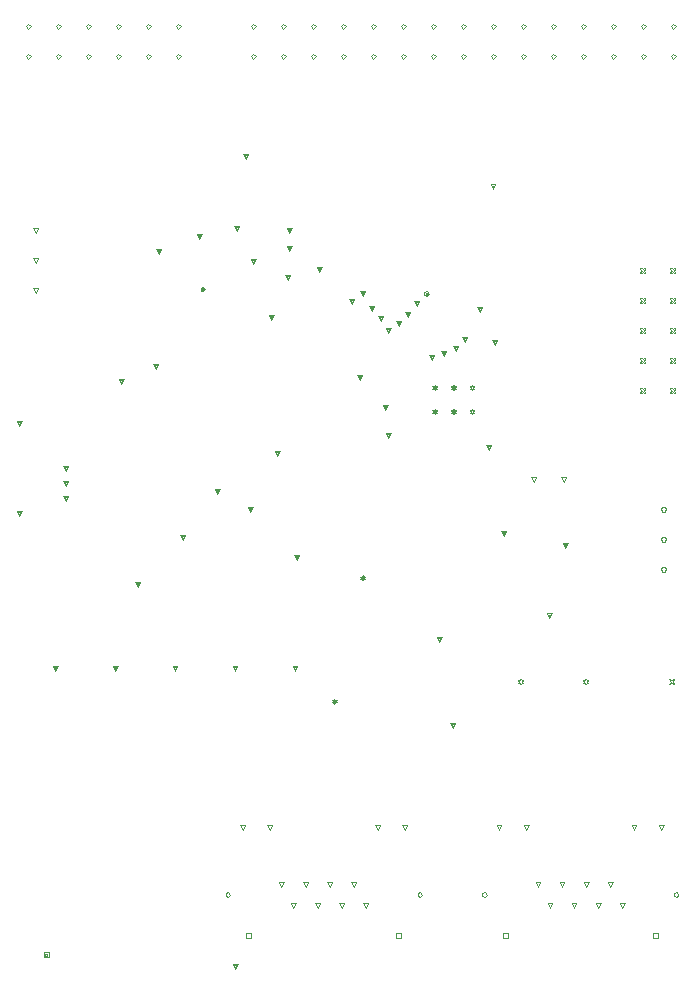
<source format=gbr>
G04*
G04 #@! TF.GenerationSoftware,Altium Limited,Altium Designer,22.4.2 (48)*
G04*
G04 Layer_Color=2752767*
%FSLAX25Y25*%
%MOIN*%
G70*
G04*
G04 #@! TF.SameCoordinates,486E1BA3-CE48-4A1D-B67F-52F2D9AC8645*
G04*
G04*
G04 #@! TF.FilePolarity,Positive*
G04*
G01*
G75*
%ADD91C,0.00200*%
%ADD92C,0.00267*%
%ADD93C,0.00133*%
D91*
X267645Y121200D02*
Y122800D01*
X269245D01*
Y121200D01*
X267645D01*
X317645D02*
Y122800D01*
X319245D01*
Y121200D01*
X317645D01*
X266437Y157184D02*
X265637Y158784D01*
X267237D01*
X266437Y157184D01*
X275453D02*
X274653Y158784D01*
X276253D01*
X275453Y157184D01*
X311437D02*
X310637Y158784D01*
X312237D01*
X311437Y157184D01*
X320453D02*
X319653Y158784D01*
X321253D01*
X320453Y157184D01*
X279390Y138208D02*
X278590Y139808D01*
X280190D01*
X279390Y138208D01*
X283405Y131200D02*
X282606Y132800D01*
X284206D01*
X283405Y131200D01*
X287421Y138208D02*
X286621Y139808D01*
X288221D01*
X287421Y138208D01*
X291437Y131200D02*
X290637Y132800D01*
X292237D01*
X291437Y131200D01*
X295453Y138208D02*
X294653Y139808D01*
X296253D01*
X295453Y138208D01*
X299468Y131200D02*
X298669Y132800D01*
X300269D01*
X299468Y131200D01*
X303484Y138208D02*
X302684Y139808D01*
X304284D01*
X303484Y138208D01*
X307500Y131200D02*
X306700Y132800D01*
X308300D01*
X307500Y131200D01*
X295260Y205700D02*
X295660Y206100D01*
X296060D01*
X295660Y206500D01*
X296060Y206900D01*
X295660D01*
X295260Y207300D01*
X294860Y206900D01*
X294460D01*
X294860Y206500D01*
X294460Y206100D01*
X294860D01*
X295260Y205700D01*
X273606D02*
X274006Y206100D01*
X274406D01*
X274006Y206500D01*
X274406Y206900D01*
X274006D01*
X273606Y207300D01*
X273206Y206900D01*
X272806D01*
X273206Y206500D01*
X272806Y206100D01*
X273206D01*
X273606Y205700D01*
X323200D02*
X323600Y206500D01*
X323200Y207300D01*
X324000Y206900D01*
X324800Y207300D01*
X324400Y206500D01*
X324800Y205700D01*
X324000Y206100D01*
X323200Y205700D01*
X320885Y263600D02*
Y263200D01*
X321685D01*
Y263600D01*
X322085D01*
Y264400D01*
X321685D01*
Y264800D01*
X320885D01*
Y264400D01*
X320485D01*
Y263600D01*
X320885D01*
Y253600D02*
Y253200D01*
X321685D01*
Y253600D01*
X322085D01*
Y254400D01*
X321685D01*
Y254800D01*
X320885D01*
Y254400D01*
X320485D01*
Y253600D01*
X320885D01*
Y243600D02*
Y243200D01*
X321685D01*
Y243600D01*
X322085D01*
Y244400D01*
X321685D01*
Y244800D01*
X320885D01*
Y244400D01*
X320485D01*
Y243600D01*
X320885D01*
X288000Y273200D02*
X287200Y274800D01*
X288800D01*
X288000Y273200D01*
X278000D02*
X277200Y274800D01*
X278800D01*
X278000Y273200D01*
X313556Y302700D02*
X313956D01*
X314356Y303100D01*
X314756Y302700D01*
X315156D01*
Y303100D01*
X314756Y303500D01*
X315156Y303900D01*
Y304300D01*
X314756D01*
X314356Y303900D01*
X313956Y304300D01*
X313556D01*
Y303900D01*
X313956Y303500D01*
X313556Y303100D01*
Y302700D01*
X323556D02*
X323956D01*
X324356Y303100D01*
X324756Y302700D01*
X325156D01*
Y303100D01*
X324756Y303500D01*
X325156Y303900D01*
Y304300D01*
X324756D01*
X324356Y303900D01*
X323956Y304300D01*
X323556D01*
Y303900D01*
X323956Y303500D01*
X323556Y303100D01*
Y302700D01*
X313556Y312700D02*
X313956D01*
X314356Y313100D01*
X314756Y312700D01*
X315156D01*
Y313100D01*
X314756Y313500D01*
X315156Y313900D01*
Y314300D01*
X314756D01*
X314356Y313900D01*
X313956Y314300D01*
X313556D01*
Y313900D01*
X313956Y313500D01*
X313556Y313100D01*
Y312700D01*
X323556D02*
X323956D01*
X324356Y313100D01*
X324756Y312700D01*
X325156D01*
Y313100D01*
X324756Y313500D01*
X325156Y313900D01*
Y314300D01*
X324756D01*
X324356Y313900D01*
X323956Y314300D01*
X323556D01*
Y313900D01*
X323956Y313500D01*
X323556Y313100D01*
Y312700D01*
Y322700D02*
X323956D01*
X324356Y323100D01*
X324756Y322700D01*
X325156D01*
Y323100D01*
X324756Y323500D01*
X325156Y323900D01*
Y324300D01*
X324756D01*
X324356Y323900D01*
X323956Y324300D01*
X323556D01*
Y323900D01*
X323956Y323500D01*
X323556Y323100D01*
Y322700D01*
X313556Y332700D02*
X313956D01*
X314356Y333100D01*
X314756Y332700D01*
X315156D01*
Y333100D01*
X314756Y333500D01*
X315156Y333900D01*
Y334300D01*
X314756D01*
X314356Y333900D01*
X313956Y334300D01*
X313556D01*
Y333900D01*
X313956Y333500D01*
X313556Y333100D01*
Y332700D01*
X323556D02*
X323956D01*
X324356Y333100D01*
X324756Y332700D01*
X325156D01*
Y333100D01*
X324756Y333500D01*
X325156Y333900D01*
Y334300D01*
X324756D01*
X324356Y333900D01*
X323956Y334300D01*
X323556D01*
Y333900D01*
X323956Y333500D01*
X323556Y333100D01*
Y332700D01*
X313556Y342700D02*
X313956D01*
X314356Y343100D01*
X314756Y342700D01*
X315156D01*
Y343100D01*
X314756Y343500D01*
X315156Y343900D01*
Y344300D01*
X314756D01*
X314356Y343900D01*
X313956Y344300D01*
X313556D01*
Y343900D01*
X313956Y343500D01*
X313556Y343100D01*
Y342700D01*
X323556D02*
X323956D01*
X324356Y343100D01*
X324756Y342700D01*
X325156D01*
Y343100D01*
X324756Y343500D01*
X325156Y343900D01*
Y344300D01*
X324756D01*
X324356Y343900D01*
X323956Y344300D01*
X323556D01*
Y343900D01*
X323956Y343500D01*
X323556Y343100D01*
Y342700D01*
X313556Y322700D02*
X313956D01*
X314356Y323100D01*
X314756Y322700D01*
X315156D01*
Y323100D01*
X314756Y323500D01*
X315156Y323900D01*
Y324300D01*
X314756D01*
X314356Y323900D01*
X313956Y324300D01*
X313556D01*
Y323900D01*
X313956Y323500D01*
X313556Y323100D01*
Y322700D01*
X112000Y356200D02*
X111200Y357800D01*
X112800D01*
X112000Y356200D01*
Y346200D02*
X111200Y347800D01*
X112800D01*
X112000Y346200D01*
Y336200D02*
X111200Y337800D01*
X112800D01*
X112000Y336200D01*
X108700Y425000D02*
X109500Y425800D01*
X110300Y425000D01*
X109500Y424200D01*
X108700Y425000D01*
X118700D02*
X119500Y425800D01*
X120300Y425000D01*
X119500Y424200D01*
X118700Y425000D01*
X128700D02*
X129500Y425800D01*
X130300Y425000D01*
X129500Y424200D01*
X128700Y425000D01*
X138700D02*
X139500Y425800D01*
X140300Y425000D01*
X139500Y424200D01*
X138700Y425000D01*
X148700D02*
X149500Y425800D01*
X150300Y425000D01*
X149500Y424200D01*
X148700Y425000D01*
X158700D02*
X159500Y425800D01*
X160300Y425000D01*
X159500Y424200D01*
X158700Y425000D01*
Y415000D02*
X159500Y415800D01*
X160300Y415000D01*
X159500Y414200D01*
X158700Y415000D01*
X148700D02*
X149500Y415800D01*
X150300Y415000D01*
X149500Y414200D01*
X148700Y415000D01*
X108700D02*
X109500Y415800D01*
X110300Y415000D01*
X109500Y414200D01*
X108700Y415000D01*
X118700D02*
X119500Y415800D01*
X120300Y415000D01*
X119500Y414200D01*
X118700Y415000D01*
X128700D02*
X129500Y415800D01*
X130300Y415000D01*
X129500Y414200D01*
X128700Y415000D01*
X138700D02*
X139500Y415800D01*
X140300Y415000D01*
X139500Y414200D01*
X138700Y415000D01*
X222000Y131200D02*
X221200Y132800D01*
X222800D01*
X222000Y131200D01*
X217984Y138208D02*
X217184Y139808D01*
X218784D01*
X217984Y138208D01*
X213968Y131200D02*
X213169Y132800D01*
X214769D01*
X213968Y131200D01*
X209953Y138208D02*
X209153Y139808D01*
X210753D01*
X209953Y138208D01*
X205937Y131200D02*
X205137Y132800D01*
X206737D01*
X205937Y131200D01*
X201921Y138208D02*
X201121Y139808D01*
X202721D01*
X201921Y138208D01*
X197906Y131200D02*
X197106Y132800D01*
X198705D01*
X197906Y131200D01*
X193890Y138208D02*
X193090Y139808D01*
X194690D01*
X193890Y138208D01*
X234953Y157184D02*
X234153Y158784D01*
X235753D01*
X234953Y157184D01*
X225937D02*
X225137Y158784D01*
X226737D01*
X225937Y157184D01*
X189953D02*
X189153Y158784D01*
X190753D01*
X189953Y157184D01*
X180937D02*
X180137Y158784D01*
X181737D01*
X180937Y157184D01*
X232145Y121200D02*
Y122800D01*
X233745D01*
Y121200D01*
X232145D01*
X182145D02*
Y122800D01*
X183745D01*
Y121200D01*
X182145D01*
X233700Y425000D02*
X234500Y425800D01*
X235300Y425000D01*
X234500Y424200D01*
X233700Y425000D01*
X243700D02*
X244500Y425800D01*
X245300Y425000D01*
X244500Y424200D01*
X243700Y425000D01*
X253700D02*
X254500Y425800D01*
X255300Y425000D01*
X254500Y424200D01*
X253700Y425000D01*
X263700D02*
X264500Y425800D01*
X265300Y425000D01*
X264500Y424200D01*
X263700Y425000D01*
X273700D02*
X274500Y425800D01*
X275300Y425000D01*
X274500Y424200D01*
X273700Y425000D01*
X283700D02*
X284500Y425800D01*
X285300Y425000D01*
X284500Y424200D01*
X283700Y425000D01*
X293700D02*
X294500Y425800D01*
X295300Y425000D01*
X294500Y424200D01*
X293700Y425000D01*
X303700D02*
X304500Y425800D01*
X305300Y425000D01*
X304500Y424200D01*
X303700Y425000D01*
X313700D02*
X314500Y425800D01*
X315300Y425000D01*
X314500Y424200D01*
X313700Y425000D01*
X323700D02*
X324500Y425800D01*
X325300Y425000D01*
X324500Y424200D01*
X323700Y425000D01*
Y415000D02*
X324500Y415800D01*
X325300Y415000D01*
X324500Y414200D01*
X323700Y415000D01*
X313700D02*
X314500Y415800D01*
X315300Y415000D01*
X314500Y414200D01*
X313700Y415000D01*
X303700D02*
X304500Y415800D01*
X305300Y415000D01*
X304500Y414200D01*
X303700Y415000D01*
X293700D02*
X294500Y415800D01*
X295300Y415000D01*
X294500Y414200D01*
X293700Y415000D01*
X283700D02*
X284500Y415800D01*
X285300Y415000D01*
X284500Y414200D01*
X283700Y415000D01*
X273700D02*
X274500Y415800D01*
X275300Y415000D01*
X274500Y414200D01*
X273700Y415000D01*
X263700D02*
X264500Y415800D01*
X265300Y415000D01*
X264500Y414200D01*
X263700Y415000D01*
X253700D02*
X254500Y415800D01*
X255300Y415000D01*
X254500Y414200D01*
X253700Y415000D01*
X243700D02*
X244500Y415800D01*
X245300Y415000D01*
X244500Y414200D01*
X243700Y415000D01*
X233700D02*
X234500Y415800D01*
X235300Y415000D01*
X234500Y414200D01*
X233700Y415000D01*
X223700Y425000D02*
X224500Y425800D01*
X225300Y425000D01*
X224500Y424200D01*
X223700Y425000D01*
X213700D02*
X214500Y425800D01*
X215300Y425000D01*
X214500Y424200D01*
X213700Y425000D01*
X203700D02*
X204500Y425800D01*
X205300Y425000D01*
X204500Y424200D01*
X203700Y425000D01*
X193700D02*
X194500Y425800D01*
X195300Y425000D01*
X194500Y424200D01*
X193700Y425000D01*
X183700D02*
X184500Y425800D01*
X185300Y425000D01*
X184500Y424200D01*
X183700Y425000D01*
X223700Y415000D02*
X224500Y415800D01*
X225300Y415000D01*
X224500Y414200D01*
X223700Y415000D01*
X213700D02*
X214500Y415800D01*
X215300Y415000D01*
X214500Y414200D01*
X213700Y415000D01*
X203700D02*
X204500Y415800D01*
X205300Y415000D01*
X204500Y414200D01*
X203700Y415000D01*
X193700D02*
X194500Y415800D01*
X195300Y415000D01*
X194500Y414200D01*
X193700Y415000D01*
X183700D02*
X184500Y415800D01*
X185300Y415000D01*
X184500Y414200D01*
X183700Y415000D01*
X114700Y114617D02*
Y116217D01*
X116300D01*
Y114617D01*
X114700D01*
X115100Y115017D02*
Y115817D01*
X115900D01*
Y115017D01*
X115100D01*
X166500Y354200D02*
X165700Y355800D01*
X167300D01*
X166500Y354200D01*
Y354600D02*
X166100Y355400D01*
X166900D01*
X166500Y354600D01*
X182000Y380700D02*
X181200Y382300D01*
X182800D01*
X182000Y380700D01*
Y381100D02*
X181600Y381900D01*
X182400D01*
X182000Y381100D01*
X179000Y356700D02*
X178200Y358300D01*
X179800D01*
X179000Y356700D01*
Y357100D02*
X178600Y357900D01*
X179400D01*
X179000Y357100D01*
X263000Y283700D02*
X262200Y285300D01*
X263800D01*
X263000Y283700D01*
Y284100D02*
X262600Y284900D01*
X263400D01*
X263000Y284100D01*
X229500Y287700D02*
X228700Y289300D01*
X230300D01*
X229500Y287700D01*
Y288100D02*
X229100Y288900D01*
X229900D01*
X229500Y288100D01*
X288500Y251153D02*
X287700Y252753D01*
X289300D01*
X288500Y251153D01*
Y251553D02*
X288100Y252353D01*
X288900D01*
X288500Y251553D01*
X211500Y199200D02*
X211900Y199600D01*
X212300D01*
X211900Y200000D01*
X212300Y200400D01*
X211900D01*
X211500Y200800D01*
X211100Y200400D01*
X210700D01*
X211100Y200000D01*
X210700Y199600D01*
X211100D01*
X211500Y199200D01*
Y199600D02*
X211700Y199800D01*
X211900D01*
X211700Y200000D01*
X211900Y200200D01*
X211700D01*
X211500Y200400D01*
X211300Y200200D01*
X211100D01*
X211300Y200000D01*
X211100Y199800D01*
X211300D01*
X211500Y199600D01*
X199000Y247200D02*
X198200Y248800D01*
X199800D01*
X199000Y247200D01*
Y247600D02*
X198600Y248400D01*
X199400D01*
X199000Y247600D01*
X268000Y255200D02*
X267200Y256800D01*
X268800D01*
X268000Y255200D01*
Y255600D02*
X267600Y256400D01*
X268400D01*
X268000Y255600D01*
X138500Y210200D02*
X137700Y211800D01*
X139300D01*
X138500Y210200D01*
Y210600D02*
X138100Y211400D01*
X138900D01*
X138500Y210600D01*
X118500Y210200D02*
X117700Y211800D01*
X119300D01*
X118500Y210200D01*
Y210600D02*
X118100Y211400D01*
X118900D01*
X118500Y210600D01*
X158440Y210145D02*
X157640Y211745D01*
X159240D01*
X158440Y210145D01*
Y210545D02*
X158040Y211345D01*
X158840D01*
X158440Y210545D01*
X178500Y110700D02*
X177700Y112300D01*
X179300D01*
X178500Y110700D01*
Y111100D02*
X178100Y111900D01*
X178900D01*
X178500Y111100D01*
X146000Y238200D02*
X145200Y239800D01*
X146800D01*
X146000Y238200D01*
Y238600D02*
X145600Y239400D01*
X146400D01*
X146000Y238600D01*
X198440Y210145D02*
X197640Y211745D01*
X199240D01*
X198440Y210145D01*
Y210545D02*
X198040Y211345D01*
X198840D01*
X198440Y210545D01*
X283150Y227625D02*
X282350Y229225D01*
X283950D01*
X283150Y227625D01*
Y228025D02*
X282750Y228825D01*
X283550D01*
X283150Y228025D01*
X184500Y345700D02*
X183700Y347300D01*
X185300D01*
X184500Y345700D01*
Y346100D02*
X184100Y346900D01*
X184900D01*
X184500Y346100D01*
X257429Y295700D02*
X257828Y296100D01*
X258228D01*
X257828Y296500D01*
X258228Y296900D01*
X257828D01*
X257429Y297300D01*
X257029Y296900D01*
X256628D01*
X257029Y296500D01*
X256628Y296100D01*
X257029D01*
X257429Y295700D01*
Y296100D02*
X257628Y296300D01*
X257828D01*
X257628Y296500D01*
X257828Y296700D01*
X257628D01*
X257429Y296900D01*
X257228Y296700D01*
X257029D01*
X257228Y296500D01*
X257029Y296300D01*
X257228D01*
X257429Y296100D01*
X220000Y307200D02*
X219200Y308800D01*
X220800D01*
X220000Y307200D01*
Y307600D02*
X219600Y308400D01*
X220400D01*
X220000Y307600D01*
X196000Y340479D02*
X195200Y342079D01*
X196800D01*
X196000Y340479D01*
Y340880D02*
X195600Y341680D01*
X196400D01*
X196000Y340880D01*
X190500Y327200D02*
X189700Y328800D01*
X191300D01*
X190500Y327200D01*
Y327600D02*
X190100Y328400D01*
X190900D01*
X190500Y327600D01*
X260000Y329700D02*
X259200Y331300D01*
X260800D01*
X260000Y329700D01*
Y330100D02*
X259600Y330900D01*
X260400D01*
X260000Y330100D01*
X255000Y319700D02*
X254200Y321300D01*
X255800D01*
X255000Y319700D01*
Y320100D02*
X254600Y320900D01*
X255400D01*
X255000Y320100D01*
X248000Y315200D02*
X247200Y316800D01*
X248800D01*
X248000Y315200D01*
Y315600D02*
X247600Y316400D01*
X248400D01*
X248000Y315600D01*
X252000Y316700D02*
X251200Y318300D01*
X252800D01*
X252000Y316700D01*
Y317100D02*
X251600Y317900D01*
X252400D01*
X252000Y317100D01*
X244000Y313700D02*
X243200Y315300D01*
X244800D01*
X244000Y313700D01*
Y314100D02*
X243600Y314900D01*
X244400D01*
X244000Y314100D01*
X236000Y328200D02*
X235200Y329800D01*
X236800D01*
X236000Y328200D01*
Y328600D02*
X235600Y329400D01*
X236400D01*
X236000Y328600D01*
X239000Y331700D02*
X238200Y333300D01*
X239800D01*
X239000Y331700D01*
Y332100D02*
X238600Y332900D01*
X239400D01*
X239000Y332100D01*
X233000Y325200D02*
X232200Y326800D01*
X233800D01*
X233000Y325200D01*
Y325600D02*
X232600Y326400D01*
X233400D01*
X233000Y325600D01*
X221000Y335200D02*
X220200Y336800D01*
X221800D01*
X221000Y335200D01*
Y335600D02*
X220600Y336400D01*
X221400D01*
X221000Y335600D01*
X229500Y322700D02*
X228700Y324300D01*
X230300D01*
X229500Y322700D01*
Y323100D02*
X229100Y323900D01*
X229900D01*
X229500Y323100D01*
X227000Y326700D02*
X226200Y328300D01*
X227800D01*
X227000Y326700D01*
Y327100D02*
X226600Y327900D01*
X227400D01*
X227000Y327100D01*
X224000Y330200D02*
X223200Y331800D01*
X224800D01*
X224000Y330200D01*
Y330600D02*
X223600Y331400D01*
X224400D01*
X224000Y330600D01*
X217260Y332398D02*
X216460Y333998D01*
X218060D01*
X217260Y332398D01*
Y332798D02*
X216860Y333598D01*
X217660D01*
X217260Y332798D01*
X246500Y219700D02*
X245700Y221300D01*
X247300D01*
X246500Y219700D01*
Y220100D02*
X246100Y220900D01*
X246900D01*
X246500Y220100D01*
X245000Y303700D02*
X245400Y304100D01*
X245800D01*
X245400Y304500D01*
X245800Y304900D01*
X245400D01*
X245000Y305300D01*
X244600Y304900D01*
X244200D01*
X244600Y304500D01*
X244200Y304100D01*
X244600D01*
X245000Y303700D01*
Y304100D02*
X245200Y304300D01*
X245400D01*
X245200Y304500D01*
X245400Y304700D01*
X245200D01*
X245000Y304900D01*
X244800Y304700D01*
X244600D01*
X244800Y304500D01*
X244600Y304300D01*
X244800D01*
X245000Y304100D01*
X245000Y295700D02*
X245400Y296100D01*
X245800D01*
X245400Y296500D01*
X245800Y296900D01*
X245400D01*
X245000Y297300D01*
X244600Y296900D01*
X244200D01*
X244600Y296500D01*
X244200Y296100D01*
X244600D01*
X245000Y295700D01*
Y296100D02*
X245200Y296300D01*
X245400D01*
X245200Y296500D01*
X245400Y296700D01*
X245200D01*
X245000Y296900D01*
X244800Y296700D01*
X244600D01*
X244800Y296500D01*
X244600Y296300D01*
X244800D01*
X245000Y296100D01*
X251214Y295700D02*
X251614Y296100D01*
X252014D01*
X251614Y296500D01*
X252014Y296900D01*
X251614D01*
X251214Y297300D01*
X250814Y296900D01*
X250414D01*
X250814Y296500D01*
X250414Y296100D01*
X250814D01*
X251214Y295700D01*
Y296100D02*
X251414Y296300D01*
X251614D01*
X251414Y296500D01*
X251614Y296700D01*
X251414D01*
X251214Y296900D01*
X251014Y296700D01*
X250814D01*
X251014Y296500D01*
X250814Y296300D01*
X251014D01*
X251214Y296100D01*
X250940Y191145D02*
X250140Y192745D01*
X251740D01*
X250940Y191145D01*
Y191545D02*
X250540Y192345D01*
X251340D01*
X250940Y191545D01*
X178440Y210145D02*
X177640Y211745D01*
X179240D01*
X178440Y210145D01*
Y210545D02*
X178040Y211345D01*
X178840D01*
X178440Y210545D01*
X264440Y370645D02*
X263640Y372245D01*
X265240D01*
X264440Y370645D01*
Y371045D02*
X264040Y371845D01*
X264840D01*
X264440Y371045D01*
X196500Y356200D02*
X195700Y357800D01*
X197300D01*
X196500Y356200D01*
Y356600D02*
X196100Y357400D01*
X196900D01*
X196500Y356600D01*
X265000Y318700D02*
X264200Y320300D01*
X265800D01*
X265000Y318700D01*
Y319100D02*
X264600Y319900D01*
X265400D01*
X265000Y319100D01*
X122000Y276700D02*
X121200Y278300D01*
X122800D01*
X122000Y276700D01*
Y277100D02*
X121600Y277900D01*
X122400D01*
X122000Y277100D01*
Y271700D02*
X121200Y273300D01*
X122800D01*
X122000Y271700D01*
Y272100D02*
X121600Y272900D01*
X122400D01*
X122000Y272100D01*
Y266700D02*
X121200Y268300D01*
X122800D01*
X122000Y266700D01*
Y267100D02*
X121600Y267900D01*
X122400D01*
X122000Y267100D01*
X161000Y253700D02*
X160200Y255300D01*
X161800D01*
X161000Y253700D01*
Y254100D02*
X160600Y254900D01*
X161400D01*
X161000Y254100D01*
X153000Y349200D02*
X152200Y350800D01*
X153800D01*
X153000Y349200D01*
Y349600D02*
X152600Y350400D01*
X153400D01*
X153000Y349600D01*
X220926Y240301D02*
X221326Y240701D01*
X221726D01*
X221326Y241101D01*
X221726Y241501D01*
X221326D01*
X220926Y241901D01*
X220526Y241501D01*
X220126D01*
X220526Y241101D01*
X220126Y240701D01*
X220526D01*
X220926Y240301D01*
Y240701D02*
X221126Y240901D01*
X221326D01*
X221126Y241101D01*
X221326Y241301D01*
X221126D01*
X220926Y241501D01*
X220726Y241301D01*
X220526D01*
X220726Y241101D01*
X220526Y240901D01*
X220726D01*
X220926Y240701D01*
X152000Y310700D02*
X151200Y312300D01*
X152800D01*
X152000Y310700D01*
Y311100D02*
X151600Y311900D01*
X152400D01*
X152000Y311100D01*
X183500Y263200D02*
X182700Y264800D01*
X184300D01*
X183500Y263200D01*
Y263600D02*
X183100Y264400D01*
X183900D01*
X183500Y263600D01*
X140500Y305700D02*
X139700Y307300D01*
X141300D01*
X140500Y305700D01*
Y306100D02*
X140100Y306900D01*
X140900D01*
X140500Y306100D01*
X172500Y269200D02*
X171700Y270800D01*
X173300D01*
X172500Y269200D01*
Y269600D02*
X172100Y270400D01*
X172900D01*
X172500Y269600D01*
X228500Y297200D02*
X227700Y298800D01*
X229300D01*
X228500Y297200D01*
Y297600D02*
X228100Y298400D01*
X228900D01*
X228500Y297600D01*
X192500Y281700D02*
X191700Y283300D01*
X193300D01*
X192500Y281700D01*
Y282100D02*
X192100Y282900D01*
X192900D01*
X192500Y282100D01*
X106500Y261700D02*
X105700Y263300D01*
X107300D01*
X106500Y261700D01*
Y262100D02*
X106100Y262900D01*
X106900D01*
X106500Y262100D01*
Y291700D02*
X105700Y293300D01*
X107300D01*
X106500Y291700D01*
Y292100D02*
X106100Y292900D01*
X106900D01*
X106500Y292100D01*
X206500Y343200D02*
X205700Y344800D01*
X207300D01*
X206500Y343200D01*
Y343600D02*
X206100Y344400D01*
X206900D01*
X206500Y343600D01*
X196500Y350200D02*
X195700Y351800D01*
X197300D01*
X196500Y350200D01*
Y350600D02*
X196100Y351400D01*
X196900D01*
X196500Y350600D01*
X257429Y303700D02*
X257828Y304100D01*
X258228D01*
X257828Y304500D01*
X258228Y304900D01*
X257828D01*
X257429Y305300D01*
X257029Y304900D01*
X256628D01*
X257029Y304500D01*
X256628Y304100D01*
X257029D01*
X257429Y303700D01*
Y304100D02*
X257628Y304300D01*
X257828D01*
X257628Y304500D01*
X257828Y304700D01*
X257628D01*
X257429Y304900D01*
X257228Y304700D01*
X257029D01*
X257228Y304500D01*
X257029Y304300D01*
X257228D01*
X257429Y304100D01*
X251214Y303700D02*
X251614Y304100D01*
X252014D01*
X251614Y304500D01*
X252014Y304900D01*
X251614D01*
X251214Y305300D01*
X250814Y304900D01*
X250414D01*
X250814Y304500D01*
X250414Y304100D01*
X250814D01*
X251214Y303700D01*
Y304100D02*
X251414Y304300D01*
X251614D01*
X251414Y304500D01*
X251614Y304700D01*
X251414D01*
X251214Y304900D01*
X251014Y304700D01*
X250814D01*
X251014Y304500D01*
X250814Y304300D01*
X251014D01*
X251214Y304100D01*
D92*
X262257Y135504D02*
X261704Y136265D01*
X260809Y135974D01*
Y135034D01*
X261704Y134743D01*
X262257Y135504D01*
X326233D02*
X325680Y136265D01*
X324786Y135974D01*
Y135034D01*
X325680Y134743D01*
X326233Y135504D01*
X240733D02*
X240180Y136265D01*
X239286Y135974D01*
Y135034D01*
X240180Y134743D01*
X240733Y135504D01*
X176757D02*
X176204Y136265D01*
X175310Y135974D01*
Y135034D01*
X176204Y134743D01*
X176757Y135504D01*
X168375Y337350D02*
X167822Y338111D01*
X166928Y337821D01*
Y336880D01*
X167822Y336590D01*
X168375Y337350D01*
X242992Y335808D02*
X242440Y336568D01*
X241545Y336278D01*
Y335337D01*
X242440Y335047D01*
X242992Y335808D01*
D93*
X167975Y337350D02*
X167375Y337697D01*
Y337004D01*
X167975Y337350D01*
X242592Y335808D02*
X241992Y336154D01*
Y335461D01*
X242592Y335808D01*
M02*

</source>
